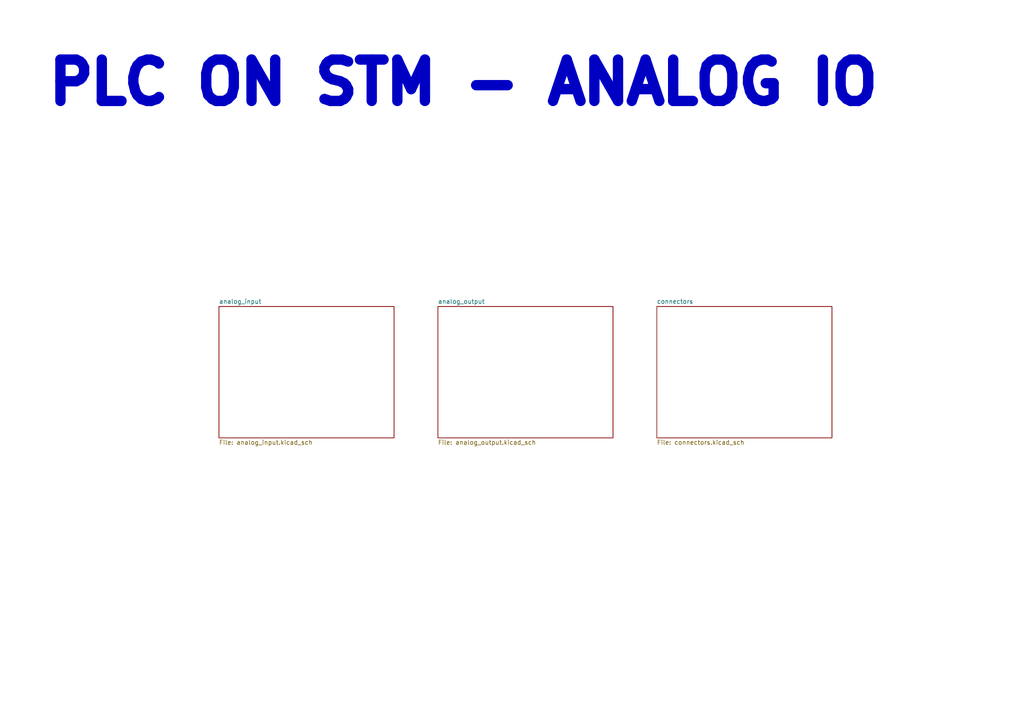
<source format=kicad_sch>
(kicad_sch
	(version 20250114)
	(generator "eeschema")
	(generator_version "9.0")
	(uuid "b652b05a-4e3d-4ad1-b032-18886abe7d45")
	(paper "A4")
	(title_block
		(title "PLC on STM - Analog IO Shield")
		(date "2025-12-27")
		(rev "${REVISION}")
		(company "Author: Grzegorz Potocki")
	)
	(lib_symbols)
	(text "PLC ON STM - ANALOG IO"
		(exclude_from_sim no)
		(at 12.7 24.13 0)
		(effects
			(font
				(size 12 12)
				(thickness 4.8)
				(bold yes)
			)
			(justify left)
		)
		(uuid "cec71073-0df9-405e-812b-e61d9091f6a5")
	)
	(sheet
		(at 63.5 88.9)
		(size 50.8 38.1)
		(exclude_from_sim no)
		(in_bom yes)
		(on_board yes)
		(dnp no)
		(fields_autoplaced yes)
		(stroke
			(width 0.1524)
			(type solid)
		)
		(fill
			(color 0 0 0 0.0000)
		)
		(uuid "c35516e2-6320-41b9-a032-9137d9aa80bb")
		(property "Sheetname" "analog_input"
			(at 63.5 88.1884 0)
			(effects
				(font
					(size 1.27 1.27)
				)
				(justify left bottom)
			)
		)
		(property "Sheetfile" "analog_input.kicad_sch"
			(at 63.5 127.5846 0)
			(effects
				(font
					(size 1.27 1.27)
				)
				(justify left top)
			)
		)
		(instances
			(project "analogIO"
				(path "/b652b05a-4e3d-4ad1-b032-18886abe7d45"
					(page "2")
				)
			)
		)
	)
	(sheet
		(at 190.5 88.9)
		(size 50.8 38.1)
		(exclude_from_sim no)
		(in_bom yes)
		(on_board yes)
		(dnp no)
		(fields_autoplaced yes)
		(stroke
			(width 0.1524)
			(type solid)
		)
		(fill
			(color 0 0 0 0.0000)
		)
		(uuid "d5b0e62d-bd3f-4f7d-ae0f-b864e773d760")
		(property "Sheetname" "connectors"
			(at 190.5 88.1884 0)
			(effects
				(font
					(size 1.27 1.27)
				)
				(justify left bottom)
			)
		)
		(property "Sheetfile" "connectors.kicad_sch"
			(at 190.5 127.5846 0)
			(effects
				(font
					(size 1.27 1.27)
				)
				(justify left top)
			)
		)
		(instances
			(project "analogIO"
				(path "/b652b05a-4e3d-4ad1-b032-18886abe7d45"
					(page "4")
				)
			)
		)
	)
	(sheet
		(at 127 88.9)
		(size 50.8 38.1)
		(exclude_from_sim no)
		(in_bom yes)
		(on_board yes)
		(dnp no)
		(fields_autoplaced yes)
		(stroke
			(width 0.1524)
			(type solid)
		)
		(fill
			(color 0 0 0 0.0000)
		)
		(uuid "f86c0848-2586-4a23-952a-baab9c36df97")
		(property "Sheetname" "analog_output"
			(at 127 88.1884 0)
			(effects
				(font
					(size 1.27 1.27)
				)
				(justify left bottom)
			)
		)
		(property "Sheetfile" "analog_output.kicad_sch"
			(at 127 127.5846 0)
			(effects
				(font
					(size 1.27 1.27)
				)
				(justify left top)
			)
		)
		(instances
			(project "analogIO"
				(path "/b652b05a-4e3d-4ad1-b032-18886abe7d45"
					(page "3")
				)
			)
		)
	)
	(sheet_instances
		(path "/"
			(page "1")
		)
	)
	(embedded_fonts no)
	(embedded_files
		(file
			(name "putm_frame.kicad_wks")
			(type worksheet)
			(data |KLUv/WAvCY0UAObcWyEA1TZqxSYpSnAbOsWnapwROGKZeeE9KM64wmSW/n9CwQRSAEsAVAD4Oxyb
				J+1rOdkbNb9xsXDRanbnQyvya8XCVdH2ki1/5E8AAAIk6L2cVUZpqIzfhq4RSaozfi/7dQ4BEChg
				lFKrztoX2zJ7iAAIlB+RJvRA+yEEXWKSolT/yP/7a1pX7XmRRhm89j0nPWe/GYMv9uxJfUAsfu3i
				22/vfIcXhLPXVP/1ccRg7drh9YPVk9L+7H1JUe2jdx/0POJ//JEB+OurcpitYkNewTCqH4nK6mxS
				yYTrKhtGw9AW3MM0uKqrJ6VZhegMO20WjaHZLl3HmQat8PcYOWdS9r8ONmljvwR5rtpUI9Wr5/d9
				k1qAwF+8oX3VgQKiXplVrUPNLIqo06IWyRYhXY8c8WLWjESjRCYLrEJYts3RYRitDhFNskG4hmgb
				h2rSDWLhLOJbS6Wh7XfvdALDScCh+r0x401nJz1KZaNolJLtQjGAgKAhPaUYmpIUJClkmAOARKTm
				qDqKaBj8cOU0CMQEDCAPXptjKGfrooqHvkhFQiG28qvJM4YHQAhI789Pe6CM7SBne5Vtvvq9wkcX
				nj05P3mYi4NXPJ/uUrLUtQk2w76hQgx0MktjeoBh+lxTD5IGHQ8SF9Ga45urwV0FAriFfagEhtx5
				PGHBX1CBeRAr8grmewQSn3TJNDZp6SKSo3klm1fsFkaN6NERStGPAAJ0Kkf9E0NKGKCXmflfrqck
				pBHEJ8GdTlHn24ljbxPc+WIMW/jPAgcgyPKJHrUDci3M7EQ4CER7hddwyKWAwM1vyOwMDboKEy8K
				OKN2seQXk/bQSa/Qvsl6kQcUuziiY7xUSu4KhT3mI977rkPExkevAg==|
			)
			(checksum "D28CC2D8CCEF14F2FD87317FD6BA98A1")
		)
	)
)

</source>
